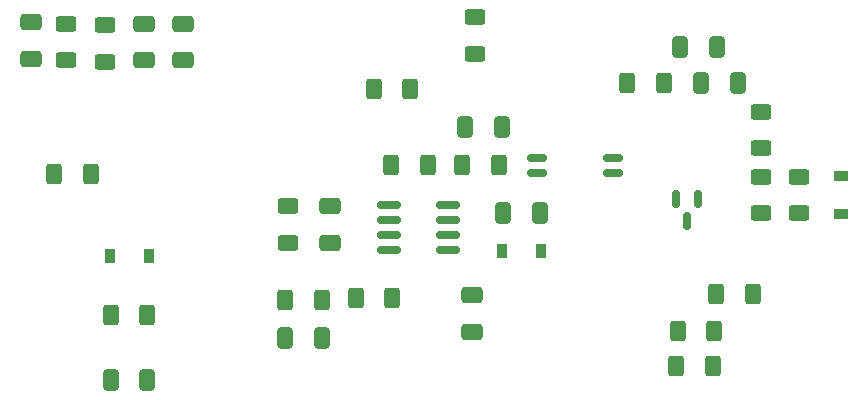
<source format=gbp>
G04 #@! TF.GenerationSoftware,KiCad,Pcbnew,(6.0.11)*
G04 #@! TF.CreationDate,2023-06-13T18:49:00+03:00*
G04 #@! TF.ProjectId,flyback_48V_48W,666c7962-6163-46b5-9f34-38565f343857,rev?*
G04 #@! TF.SameCoordinates,Original*
G04 #@! TF.FileFunction,Paste,Bot*
G04 #@! TF.FilePolarity,Positive*
%FSLAX46Y46*%
G04 Gerber Fmt 4.6, Leading zero omitted, Abs format (unit mm)*
G04 Created by KiCad (PCBNEW (6.0.11)) date 2023-06-13 18:49:00*
%MOMM*%
%LPD*%
G01*
G04 APERTURE LIST*
G04 Aperture macros list*
%AMRoundRect*
0 Rectangle with rounded corners*
0 $1 Rounding radius*
0 $2 $3 $4 $5 $6 $7 $8 $9 X,Y pos of 4 corners*
0 Add a 4 corners polygon primitive as box body*
4,1,4,$2,$3,$4,$5,$6,$7,$8,$9,$2,$3,0*
0 Add four circle primitives for the rounded corners*
1,1,$1+$1,$2,$3*
1,1,$1+$1,$4,$5*
1,1,$1+$1,$6,$7*
1,1,$1+$1,$8,$9*
0 Add four rect primitives between the rounded corners*
20,1,$1+$1,$2,$3,$4,$5,0*
20,1,$1+$1,$4,$5,$6,$7,0*
20,1,$1+$1,$6,$7,$8,$9,0*
20,1,$1+$1,$8,$9,$2,$3,0*%
G04 Aperture macros list end*
%ADD10RoundRect,0.250000X-0.625000X0.400000X-0.625000X-0.400000X0.625000X-0.400000X0.625000X0.400000X0*%
%ADD11RoundRect,0.250000X-0.400000X-0.625000X0.400000X-0.625000X0.400000X0.625000X-0.400000X0.625000X0*%
%ADD12RoundRect,0.250000X0.400000X0.625000X-0.400000X0.625000X-0.400000X-0.625000X0.400000X-0.625000X0*%
%ADD13RoundRect,0.250000X0.650000X-0.412500X0.650000X0.412500X-0.650000X0.412500X-0.650000X-0.412500X0*%
%ADD14RoundRect,0.150000X-0.825000X-0.150000X0.825000X-0.150000X0.825000X0.150000X-0.825000X0.150000X0*%
%ADD15RoundRect,0.150000X-0.662500X-0.150000X0.662500X-0.150000X0.662500X0.150000X-0.662500X0.150000X0*%
%ADD16RoundRect,0.250000X-0.650000X0.412500X-0.650000X-0.412500X0.650000X-0.412500X0.650000X0.412500X0*%
%ADD17RoundRect,0.250000X0.412500X0.650000X-0.412500X0.650000X-0.412500X-0.650000X0.412500X-0.650000X0*%
%ADD18RoundRect,0.250000X-0.412500X-0.650000X0.412500X-0.650000X0.412500X0.650000X-0.412500X0.650000X0*%
%ADD19R,0.900000X1.200000*%
%ADD20RoundRect,0.150000X-0.150000X0.587500X-0.150000X-0.587500X0.150000X-0.587500X0.150000X0.587500X0*%
%ADD21RoundRect,0.250000X0.625000X-0.400000X0.625000X0.400000X-0.625000X0.400000X-0.625000X-0.400000X0*%
%ADD22R,1.200000X0.900000*%
G04 APERTURE END LIST*
D10*
X106698000Y-39750000D03*
X106698000Y-42850000D03*
D11*
X110450000Y-64400000D03*
X113550000Y-64400000D03*
D12*
X108750000Y-52500000D03*
X105650000Y-52500000D03*
D13*
X129000000Y-58312500D03*
X129000000Y-55187500D03*
D10*
X109982000Y-39852000D03*
X109982000Y-42952000D03*
D11*
X125200000Y-63100000D03*
X128300000Y-63100000D03*
D14*
X134025000Y-58905000D03*
X134025000Y-57635000D03*
X134025000Y-56365000D03*
X134025000Y-55095000D03*
X138975000Y-55095000D03*
X138975000Y-56365000D03*
X138975000Y-57635000D03*
X138975000Y-58905000D03*
D15*
X146562500Y-52385000D03*
X146562500Y-51115000D03*
X152937500Y-51115000D03*
X152937500Y-52385000D03*
D16*
X141000000Y-62687500D03*
X141000000Y-65812500D03*
D17*
X113562500Y-69900000D03*
X110437500Y-69900000D03*
X161812500Y-41750000D03*
X158687500Y-41750000D03*
D18*
X140437500Y-48500000D03*
X143562500Y-48500000D03*
D12*
X161550000Y-65750000D03*
X158450000Y-65750000D03*
D11*
X158350000Y-68750000D03*
X161450000Y-68750000D03*
D12*
X143300000Y-51750000D03*
X140200000Y-51750000D03*
D19*
X113650000Y-59400000D03*
X110350000Y-59400000D03*
X143600000Y-59000000D03*
X146900000Y-59000000D03*
D17*
X163562500Y-44750000D03*
X160437500Y-44750000D03*
D11*
X131200000Y-63000000D03*
X134300000Y-63000000D03*
D16*
X103726200Y-39635900D03*
X103726200Y-42760900D03*
X113302000Y-39737500D03*
X113302000Y-42862500D03*
D10*
X165500000Y-52700000D03*
X165500000Y-55800000D03*
D12*
X137300000Y-51750000D03*
X134200000Y-51750000D03*
D20*
X158300000Y-54562500D03*
X160200000Y-54562500D03*
X159250000Y-56437500D03*
D10*
X141250000Y-39200000D03*
X141250000Y-42300000D03*
D21*
X165500000Y-50300000D03*
X165500000Y-47200000D03*
D12*
X135800000Y-45250000D03*
X132700000Y-45250000D03*
D22*
X172250000Y-52600000D03*
X172250000Y-55900000D03*
D18*
X125187500Y-66350000D03*
X128312500Y-66350000D03*
D12*
X157300000Y-44750000D03*
X154200000Y-44750000D03*
D18*
X143687500Y-55750000D03*
X146812500Y-55750000D03*
D21*
X125500000Y-58300000D03*
X125500000Y-55200000D03*
X168750000Y-55800000D03*
X168750000Y-52700000D03*
D12*
X164800000Y-62650000D03*
X161700000Y-62650000D03*
D16*
X116604000Y-39737500D03*
X116604000Y-42862500D03*
M02*

</source>
